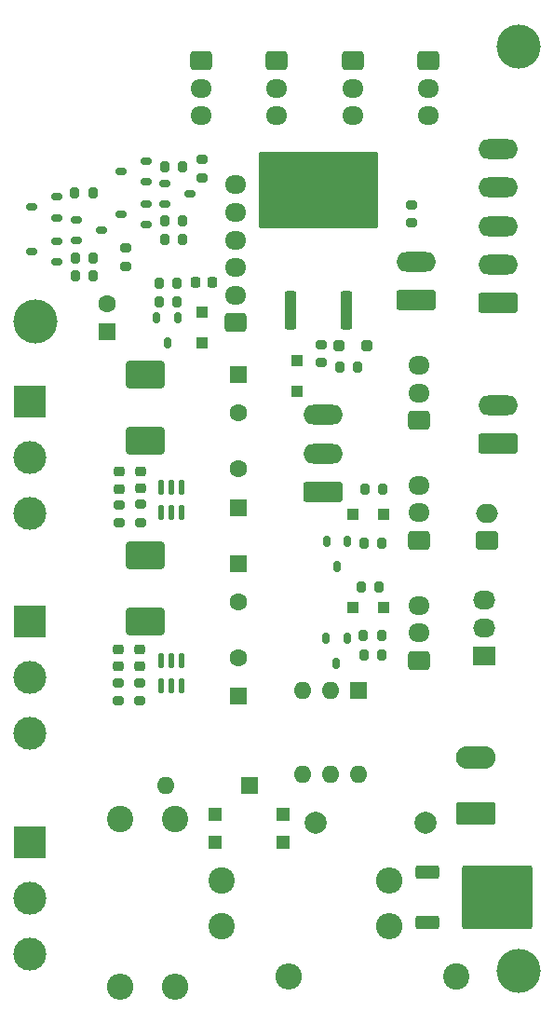
<source format=gbr>
%TF.GenerationSoftware,KiCad,Pcbnew,7.0.11-7.0.11~ubuntu22.04.1*%
%TF.CreationDate,2024-03-11T04:50:29+03:00*%
%TF.ProjectId,MSConn,4d53436f-6e6e-42e6-9b69-6361645f7063,rev?*%
%TF.SameCoordinates,PX5f5e100PY5f5e100*%
%TF.FileFunction,Soldermask,Top*%
%TF.FilePolarity,Negative*%
%FSLAX46Y46*%
G04 Gerber Fmt 4.6, Leading zero omitted, Abs format (unit mm)*
G04 Created by KiCad (PCBNEW 7.0.11-7.0.11~ubuntu22.04.1) date 2024-03-11 04:50:29*
%MOMM*%
%LPD*%
G01*
G04 APERTURE LIST*
G04 Aperture macros list*
%AMRoundRect*
0 Rectangle with rounded corners*
0 $1 Rounding radius*
0 $2 $3 $4 $5 $6 $7 $8 $9 X,Y pos of 4 corners*
0 Add a 4 corners polygon primitive as box body*
4,1,4,$2,$3,$4,$5,$6,$7,$8,$9,$2,$3,0*
0 Add four circle primitives for the rounded corners*
1,1,$1+$1,$2,$3*
1,1,$1+$1,$4,$5*
1,1,$1+$1,$6,$7*
1,1,$1+$1,$8,$9*
0 Add four rect primitives between the rounded corners*
20,1,$1+$1,$2,$3,$4,$5,0*
20,1,$1+$1,$4,$5,$6,$7,0*
20,1,$1+$1,$6,$7,$8,$9,0*
20,1,$1+$1,$8,$9,$2,$3,0*%
G04 Aperture macros list end*
%ADD10RoundRect,0.200000X-0.275000X0.200000X-0.275000X-0.200000X0.275000X-0.200000X0.275000X0.200000X0*%
%ADD11RoundRect,0.200000X0.275000X-0.200000X0.275000X0.200000X-0.275000X0.200000X-0.275000X-0.200000X0*%
%ADD12R,3.000000X3.000000*%
%ADD13C,3.000000*%
%ADD14C,4.000000*%
%ADD15RoundRect,0.150000X-0.350000X-0.150000X0.350000X-0.150000X0.350000X0.150000X-0.350000X0.150000X0*%
%ADD16RoundRect,0.250000X0.250000X0.250000X-0.250000X0.250000X-0.250000X-0.250000X0.250000X-0.250000X0*%
%ADD17RoundRect,0.200000X0.200000X0.275000X-0.200000X0.275000X-0.200000X-0.275000X0.200000X-0.275000X0*%
%ADD18RoundRect,0.150000X-0.150000X0.350000X-0.150000X-0.350000X0.150000X-0.350000X0.150000X0.350000X0*%
%ADD19R,1.600000X1.600000*%
%ADD20C,1.600000*%
%ADD21R,1.300000X1.200000*%
%ADD22C,2.000000*%
%ADD23RoundRect,0.250000X0.300000X-0.300000X0.300000X0.300000X-0.300000X0.300000X-0.300000X-0.300000X0*%
%ADD24RoundRect,0.250000X-0.725000X0.600000X-0.725000X-0.600000X0.725000X-0.600000X0.725000X0.600000X0*%
%ADD25O,1.950000X1.700000*%
%ADD26RoundRect,0.249999X1.550001X-0.790001X1.550001X0.790001X-1.550001X0.790001X-1.550001X-0.790001X0*%
%ADD27O,3.600000X2.080000*%
%ADD28RoundRect,0.150000X0.350000X0.150000X-0.350000X0.150000X-0.350000X-0.150000X0.350000X-0.150000X0*%
%ADD29RoundRect,0.225000X-0.225000X-0.250000X0.225000X-0.250000X0.225000X0.250000X-0.225000X0.250000X0*%
%ADD30RoundRect,0.250000X-0.300000X-0.300000X0.300000X-0.300000X0.300000X0.300000X-0.300000X0.300000X0*%
%ADD31RoundRect,0.137500X0.137500X-0.525000X0.137500X0.525000X-0.137500X0.525000X-0.137500X-0.525000X0*%
%ADD32C,2.400000*%
%ADD33O,2.400000X2.400000*%
%ADD34O,1.600000X1.600000*%
%ADD35RoundRect,0.225000X-0.250000X0.225000X-0.250000X-0.225000X0.250000X-0.225000X0.250000X0.225000X0*%
%ADD36RoundRect,0.250000X1.500000X-1.000000X1.500000X1.000000X-1.500000X1.000000X-1.500000X-1.000000X0*%
%ADD37RoundRect,0.250000X0.750000X-0.600000X0.750000X0.600000X-0.750000X0.600000X-0.750000X-0.600000X0*%
%ADD38O,2.000000X1.700000*%
%ADD39RoundRect,0.250000X-0.300000X0.300000X-0.300000X-0.300000X0.300000X-0.300000X0.300000X0.300000X0*%
%ADD40RoundRect,0.250000X1.550000X-0.650000X1.550000X0.650000X-1.550000X0.650000X-1.550000X-0.650000X0*%
%ADD41O,3.600000X1.800000*%
%ADD42R,2.030000X1.730000*%
%ADD43O,2.030000X1.730000*%
%ADD44RoundRect,0.250000X0.300000X-1.500000X0.300000X1.500000X-0.300000X1.500000X-0.300000X-1.500000X0*%
%ADD45RoundRect,0.186172X5.213828X-3.313828X5.213828X3.313828X-5.213828X3.313828X-5.213828X-3.313828X0*%
%ADD46RoundRect,0.250000X-0.850000X-0.350000X0.850000X-0.350000X0.850000X0.350000X-0.850000X0.350000X0*%
%ADD47RoundRect,0.249997X-2.950003X-2.650003X2.950003X-2.650003X2.950003X2.650003X-2.950003X2.650003X0*%
%ADD48RoundRect,0.250000X0.725000X-0.600000X0.725000X0.600000X-0.725000X0.600000X-0.725000X-0.600000X0*%
G04 APERTURE END LIST*
D10*
%TO.C,R2*%
X18200000Y76725000D03*
X18200000Y75075000D03*
%TD*%
D11*
%TO.C,R7*%
X11200000Y67050000D03*
X11200000Y68700000D03*
%TD*%
D12*
%TO.C,RV1*%
X2500000Y54731350D03*
D13*
X2500000Y49651350D03*
X2500000Y44571350D03*
%TD*%
D14*
%TO.C,H1*%
X47000000Y87000000D03*
%TD*%
D15*
%TO.C,Q2*%
X14762500Y74550000D03*
X14762500Y72650000D03*
X17037500Y73600000D03*
%TD*%
D16*
%TO.C,D2*%
X33150000Y59831350D03*
X30650000Y59831350D03*
%TD*%
D17*
%TO.C,R8*%
X8300000Y67800000D03*
X6650000Y67800000D03*
%TD*%
%TO.C,R19*%
X34500000Y33500000D03*
X32850000Y33500000D03*
%TD*%
D18*
%TO.C,Q8*%
X15950000Y62375000D03*
X14050000Y62375000D03*
X15000000Y60100000D03*
%TD*%
D19*
%TO.C,C10*%
X21500000Y27947349D03*
D20*
X21500000Y31447349D03*
%TD*%
D18*
%TO.C,Q10*%
X31350000Y33237500D03*
X29450000Y33237500D03*
X30400000Y30962500D03*
%TD*%
D17*
%TO.C,R14*%
X34600000Y46800000D03*
X32950000Y46800000D03*
%TD*%
D21*
%TO.C,D7*%
X25500000Y14700000D03*
X25500000Y17240000D03*
X19350000Y17240000D03*
X19350000Y14700000D03*
%TD*%
D22*
%TO.C,C11*%
X28500000Y16500000D03*
X38500000Y16500000D03*
%TD*%
D17*
%TO.C,R18*%
X34287500Y37900000D03*
X32637500Y37900000D03*
%TD*%
D23*
%TO.C,D1*%
X18200000Y60100000D03*
X18200000Y62900000D03*
%TD*%
D24*
%TO.C,J4*%
X38763153Y85731350D03*
D25*
X38763153Y83231350D03*
X38763153Y80731350D03*
%TD*%
D15*
%TO.C,Q6*%
X6725000Y71250000D03*
X6725000Y69350000D03*
X9000000Y70300000D03*
%TD*%
D17*
%TO.C,R20*%
X34525000Y31700000D03*
X32875000Y31700000D03*
%TD*%
D26*
%TO.C,J9*%
X43100000Y17320000D03*
D27*
X43100000Y22400000D03*
%TD*%
D28*
%TO.C,Q1*%
X13100000Y74700000D03*
X13100000Y76600000D03*
X10825000Y75650000D03*
%TD*%
D11*
%TO.C,R22*%
X12500000Y27550000D03*
X12500000Y29200000D03*
%TD*%
D17*
%TO.C,R11*%
X15900000Y63837500D03*
X14250000Y63837500D03*
%TD*%
D11*
%TO.C,R4*%
X37200000Y70975000D03*
X37200000Y72625000D03*
%TD*%
D17*
%TO.C,R5*%
X16400000Y71200000D03*
X14750000Y71200000D03*
%TD*%
D10*
%TO.C,R16*%
X10600000Y45350000D03*
X10600000Y43700000D03*
%TD*%
D28*
%TO.C,Q4*%
X13100000Y70800000D03*
X13100000Y72700000D03*
X10825000Y71750000D03*
%TD*%
D17*
%TO.C,R3*%
X8225000Y73700000D03*
X6575000Y73700000D03*
%TD*%
%TO.C,R13*%
X32325000Y57900000D03*
X30675000Y57900000D03*
%TD*%
D29*
%TO.C,C1*%
X17550000Y65600000D03*
X19100000Y65600000D03*
%TD*%
D30*
%TO.C,D5*%
X31900000Y36000000D03*
X34700000Y36000000D03*
%TD*%
D24*
%TO.C,J2*%
X24963153Y85731350D03*
D25*
X24963153Y83231350D03*
X24963153Y80731350D03*
%TD*%
D30*
%TO.C,D4*%
X31900000Y44500000D03*
X34700000Y44500000D03*
%TD*%
D14*
%TO.C,H3*%
X47000000Y3000000D03*
%TD*%
D31*
%TO.C,U1*%
X14450000Y44643850D03*
X15400000Y44643850D03*
X16350000Y44643850D03*
X16350000Y46918850D03*
X15400000Y46918850D03*
X14450000Y46918850D03*
%TD*%
D24*
%TO.C,J3*%
X31863153Y85731350D03*
D25*
X31863153Y83231350D03*
X31863153Y80731350D03*
%TD*%
D32*
%TO.C,R27*%
X41300000Y2500000D03*
D33*
X26060000Y2500000D03*
%TD*%
D19*
%TO.C,U3*%
X32400000Y28520000D03*
D34*
X29860000Y28520000D03*
X27320000Y28520000D03*
X27320000Y20900000D03*
X29860000Y20900000D03*
X32400000Y20900000D03*
%TD*%
D35*
%TO.C,C4*%
X12613153Y48431350D03*
X12613153Y46881350D03*
%TD*%
D19*
%TO.C,C7*%
X21500000Y40000000D03*
D20*
X21500000Y36500000D03*
%TD*%
D12*
%TO.C,RV2*%
X2500000Y34731350D03*
D13*
X2500000Y29651350D03*
X2500000Y24571350D03*
%TD*%
D35*
%TO.C,C8*%
X10586847Y32250000D03*
X10586847Y30700000D03*
%TD*%
D36*
%TO.C,L1*%
X13000000Y51200000D03*
X13000000Y57200000D03*
%TD*%
D19*
%TO.C,C3*%
X21500000Y57184001D03*
D20*
X21500000Y53684001D03*
%TD*%
D37*
%TO.C,J7*%
X44100000Y42100000D03*
D38*
X44100000Y44600000D03*
%TD*%
D39*
%TO.C,D3*%
X26800000Y58500000D03*
X26800000Y55700000D03*
%TD*%
D36*
%TO.C,L2*%
X12986847Y34800000D03*
X12986847Y40800000D03*
%TD*%
D17*
%TO.C,R9*%
X8300000Y66200000D03*
X6650000Y66200000D03*
%TD*%
%TO.C,R17*%
X34525000Y41900000D03*
X32875000Y41900000D03*
%TD*%
D40*
%TO.C,J6*%
X45100000Y50900000D03*
D41*
X45100000Y54400000D03*
%TD*%
D40*
%TO.C,J5*%
X45100000Y63700000D03*
D41*
X45100000Y67200000D03*
X45100000Y70700000D03*
X45100000Y74200000D03*
X45100000Y77700000D03*
%TD*%
D42*
%TO.C,J8*%
X43800000Y31600000D03*
D43*
X43800000Y34140000D03*
X43800000Y36680000D03*
%TD*%
D44*
%TO.C,Q5*%
X26220000Y63050000D03*
D45*
X28760000Y73950000D03*
D44*
X31300000Y63050000D03*
%TD*%
D24*
%TO.C,J1*%
X18063153Y85731350D03*
D25*
X18063153Y83231350D03*
X18063153Y80731350D03*
%TD*%
D12*
%TO.C,RV3*%
X2500000Y14731350D03*
D13*
X2500000Y9651350D03*
X2500000Y4571350D03*
%TD*%
D14*
%TO.C,H2*%
X3000000Y62000000D03*
%TD*%
D35*
%TO.C,C9*%
X12500000Y32250000D03*
X12500000Y30700000D03*
%TD*%
D32*
%TO.C,R25*%
X19960000Y11200000D03*
D33*
X35200000Y11200000D03*
%TD*%
D32*
%TO.C,R26*%
X19960000Y7100000D03*
D33*
X35200000Y7100000D03*
%TD*%
D35*
%TO.C,C5*%
X10600000Y48375000D03*
X10600000Y46825000D03*
%TD*%
D17*
%TO.C,R6*%
X16400000Y69500000D03*
X14750000Y69500000D03*
%TD*%
%TO.C,R10*%
X15886847Y65506150D03*
X14236847Y65506150D03*
%TD*%
D19*
%TO.C,C6*%
X21500000Y45131350D03*
D20*
X21500000Y48631350D03*
%TD*%
D19*
%TO.C,C2*%
X9500000Y61117620D03*
D20*
X9500000Y63617620D03*
%TD*%
D19*
%TO.C,D6*%
X22500000Y19900000D03*
D34*
X14880000Y19900000D03*
%TD*%
D28*
%TO.C,Q7*%
X4962500Y67400000D03*
X4962500Y69300000D03*
X2687500Y68350000D03*
%TD*%
D32*
%TO.C,R23*%
X10700000Y16840000D03*
D33*
X10700000Y1600000D03*
%TD*%
D10*
%TO.C,R21*%
X10586847Y29200000D03*
X10586847Y27550000D03*
%TD*%
D28*
%TO.C,Q3*%
X4962500Y71450000D03*
X4962500Y73350000D03*
X2687500Y72400000D03*
%TD*%
D11*
%TO.C,R12*%
X29000000Y58275000D03*
X29000000Y59925000D03*
%TD*%
D18*
%TO.C,Q9*%
X31400000Y42000000D03*
X29500000Y42000000D03*
X30450000Y39725000D03*
%TD*%
D46*
%TO.C,Q11*%
X38700000Y12000000D03*
D47*
X45000000Y9720000D03*
D46*
X38700000Y7440000D03*
%TD*%
D32*
%TO.C,R24*%
X15700000Y16840000D03*
D33*
X15700000Y1600000D03*
%TD*%
D31*
%TO.C,U2*%
X14436847Y28937500D03*
X15386847Y28937500D03*
X16336847Y28937500D03*
X16336847Y31212500D03*
X15386847Y31212500D03*
X14436847Y31212500D03*
%TD*%
D11*
%TO.C,R15*%
X12613153Y43756350D03*
X12613153Y45406350D03*
%TD*%
D17*
%TO.C,R1*%
X16400000Y76100000D03*
X14750000Y76100000D03*
%TD*%
D40*
%TO.C,J13*%
X29157500Y46517500D03*
D41*
X29157500Y50017500D03*
X29157500Y53517500D03*
%TD*%
D40*
%TO.C,J10*%
X37613153Y63931350D03*
D41*
X37613153Y67431350D03*
%TD*%
D48*
%TO.C,J15*%
X37900000Y31231350D03*
D25*
X37900000Y33731350D03*
X37900000Y36231350D03*
%TD*%
D48*
%TO.C,J12*%
X37900000Y53031350D03*
D25*
X37900000Y55531350D03*
X37900000Y58031350D03*
%TD*%
D48*
%TO.C,J14*%
X37875000Y42131350D03*
D25*
X37875000Y44631350D03*
X37875000Y47131350D03*
%TD*%
D48*
%TO.C,J11*%
X21213153Y61931350D03*
D25*
X21213153Y64431350D03*
X21213153Y66931350D03*
X21213153Y69431350D03*
X21213153Y71931350D03*
X21213153Y74431350D03*
%TD*%
M02*

</source>
